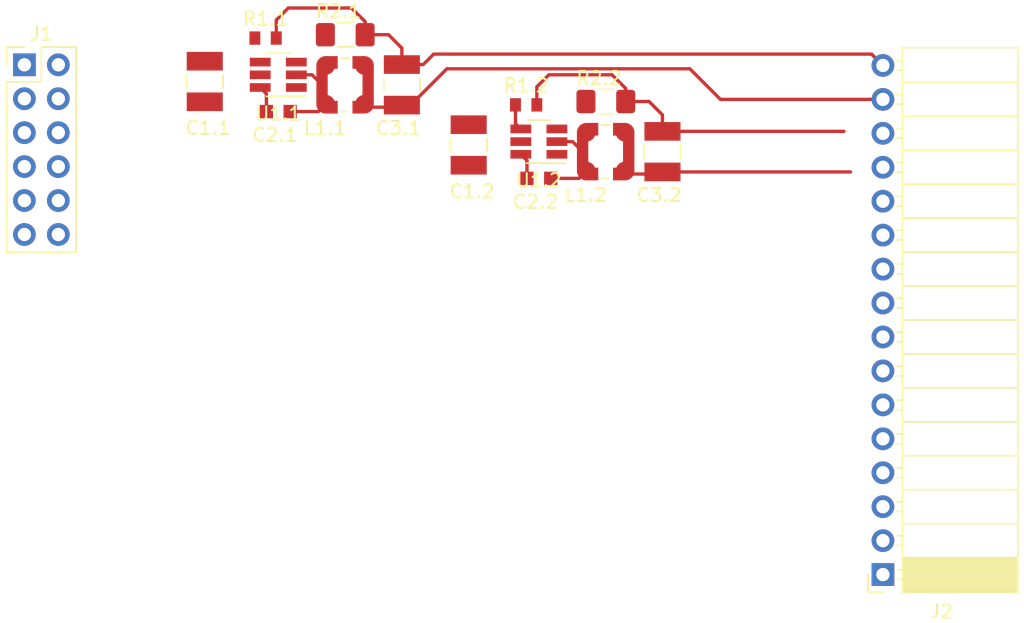
<source format=kicad_pcb>
(kicad_pcb (version 20171130) (host pcbnew "(5.0.0)")

  (general
    (thickness 1.6)
    (drawings 0)
    (tracks 51)
    (zones 0)
    (modules 16)
    (nets 39)
  )

  (page A4)
  (layers
    (0 F.Cu signal)
    (31 B.Cu signal)
    (32 B.Adhes user)
    (33 F.Adhes user)
    (34 B.Paste user)
    (35 F.Paste user)
    (36 B.SilkS user)
    (37 F.SilkS user)
    (38 B.Mask user)
    (39 F.Mask user)
    (40 Dwgs.User user)
    (41 Cmts.User user)
    (42 Eco1.User user)
    (43 Eco2.User user)
    (44 Edge.Cuts user)
    (45 Margin user)
    (46 B.CrtYd user)
    (47 F.CrtYd user)
    (48 B.Fab user)
    (49 F.Fab user)
  )

  (setup
    (last_trace_width 0.25)
    (trace_clearance 0.2)
    (zone_clearance 0.508)
    (zone_45_only no)
    (trace_min 0.2)
    (segment_width 0.2)
    (edge_width 0.15)
    (via_size 0.8)
    (via_drill 0.4)
    (via_min_size 0.4)
    (via_min_drill 0.3)
    (uvia_size 0.3)
    (uvia_drill 0.1)
    (uvias_allowed no)
    (uvia_min_size 0.2)
    (uvia_min_drill 0.1)
    (pcb_text_width 0.3)
    (pcb_text_size 1.5 1.5)
    (mod_edge_width 0.15)
    (mod_text_size 1 1)
    (mod_text_width 0.15)
    (pad_size 1.524 1.524)
    (pad_drill 0.762)
    (pad_to_mask_clearance 0.2)
    (aux_axis_origin 0 0)
    (visible_elements 7FFDFFFF)
    (pcbplotparams
      (layerselection 0x010fc_ffffffff)
      (usegerberextensions false)
      (usegerberattributes false)
      (usegerberadvancedattributes false)
      (creategerberjobfile false)
      (excludeedgelayer true)
      (linewidth 0.100000)
      (plotframeref false)
      (viasonmask false)
      (mode 1)
      (useauxorigin false)
      (hpglpennumber 1)
      (hpglpenspeed 20)
      (hpglpendiameter 15.000000)
      (psnegative false)
      (psa4output false)
      (plotreference true)
      (plotvalue true)
      (plotinvisibletext false)
      (padsonsilk false)
      (subtractmaskfromsilk false)
      (outputformat 1)
      (mirror false)
      (drillshape 1)
      (scaleselection 1)
      (outputdirectory ""))
  )

  (net 0 "")
  (net 1 /TPS54200/FB)
  (net 2 /TPS54200/LED-)
  (net 3 /TPS54200/SW)
  (net 4 /TPS54200/BOOT)
  (net 5 /TPS54200/DIM)
  (net 6 /TPS54200/LED+)
  (net 7 GND)
  (net 8 +24V)
  (net 9 "Net-(J2-Pad3)")
  (net 10 "Net-(J2-Pad4)")
  (net 11 "Net-(J2-Pad5)")
  (net 12 "Net-(J2-Pad6)")
  (net 13 "Net-(J2-Pad7)")
  (net 14 "Net-(J2-Pad8)")
  (net 15 "Net-(J2-Pad9)")
  (net 16 "Net-(J2-Pad10)")
  (net 17 "Net-(J2-Pad11)")
  (net 18 "Net-(J2-Pad12)")
  (net 19 "Net-(J2-Pad13)")
  (net 20 "Net-(J2-Pad14)")
  (net 21 "Net-(J1-Pad7)")
  (net 22 "Net-(J1-Pad8)")
  (net 23 "Net-(J1-Pad9)")
  (net 24 "Net-(J1-Pad10)")
  (net 25 "Net-(J1-Pad11)")
  (net 26 "Net-(J1-Pad12)")
  (net 27 "Net-(J2-Pad1)")
  (net 28 "Net-(J2-Pad2)")
  (net 29 /LED-)
  (net 30 /LED+)
  (net 31 /LED_2/LED-)
  (net 32 /LED_2/FB)
  (net 33 /LED_2/DIM)
  (net 34 /LED_2/BOOT)
  (net 35 /LED_2/SW)
  (net 36 /LED_2/LED+)
  (net 37 "Net-(J2-Pad15)")
  (net 38 "Net-(J2-Pad16)")

  (net_class Default "Dies ist die voreingestellte Netzklasse."
    (clearance 0.2)
    (trace_width 0.25)
    (via_dia 0.8)
    (via_drill 0.4)
    (uvia_dia 0.3)
    (uvia_drill 0.1)
    (add_net +24V)
    (add_net /LED+)
    (add_net /LED-)
    (add_net /LED_2/BOOT)
    (add_net /LED_2/DIM)
    (add_net /LED_2/FB)
    (add_net /LED_2/LED+)
    (add_net /LED_2/LED-)
    (add_net /LED_2/SW)
    (add_net /TPS54200/BOOT)
    (add_net /TPS54200/DIM)
    (add_net /TPS54200/FB)
    (add_net /TPS54200/LED+)
    (add_net /TPS54200/LED-)
    (add_net /TPS54200/SW)
    (add_net GND)
    (add_net "Net-(J1-Pad10)")
    (add_net "Net-(J1-Pad11)")
    (add_net "Net-(J1-Pad12)")
    (add_net "Net-(J1-Pad7)")
    (add_net "Net-(J1-Pad8)")
    (add_net "Net-(J1-Pad9)")
    (add_net "Net-(J2-Pad1)")
    (add_net "Net-(J2-Pad10)")
    (add_net "Net-(J2-Pad11)")
    (add_net "Net-(J2-Pad12)")
    (add_net "Net-(J2-Pad13)")
    (add_net "Net-(J2-Pad14)")
    (add_net "Net-(J2-Pad15)")
    (add_net "Net-(J2-Pad16)")
    (add_net "Net-(J2-Pad2)")
    (add_net "Net-(J2-Pad3)")
    (add_net "Net-(J2-Pad4)")
    (add_net "Net-(J2-Pad5)")
    (add_net "Net-(J2-Pad6)")
    (add_net "Net-(J2-Pad7)")
    (add_net "Net-(J2-Pad8)")
    (add_net "Net-(J2-Pad9)")
  )

  (module Resistor_SMD:R_1206_3216Metric_Pad1.42x1.75mm_HandSolder (layer F.Cu) (tedit 5C7C3C41) (tstamp 5C7C638C)
    (at 75.2625 50.25 180)
    (descr "Resistor SMD 1206 (3216 Metric), square (rectangular) end terminal, IPC_7351 nominal with elongated pad for handsoldering. (Body size source: http://www.tortai-tech.com/upload/download/2011102023233369053.pdf), generated with kicad-footprint-generator")
    (tags "resistor handsolder")
    (path /5C7D3E21/5C7D3890)
    (attr smd)
    (fp_text reference R2.2 (at 0.5125 1.75 180) (layer F.SilkS)
      (effects (font (size 1 1) (thickness 0.15)))
    )
    (fp_text value R (at 0 1.82 180) (layer F.Fab)
      (effects (font (size 1 1) (thickness 0.15)))
    )
    (fp_text user %R (at 0 0 180) (layer F.Fab)
      (effects (font (size 0.8 0.8) (thickness 0.12)))
    )
    (fp_line (start 2.45 1.12) (end -2.45 1.12) (layer F.CrtYd) (width 0.05))
    (fp_line (start 2.45 -1.12) (end 2.45 1.12) (layer F.CrtYd) (width 0.05))
    (fp_line (start -2.45 -1.12) (end 2.45 -1.12) (layer F.CrtYd) (width 0.05))
    (fp_line (start -2.45 1.12) (end -2.45 -1.12) (layer F.CrtYd) (width 0.05))
    (fp_line (start -0.602064 0.91) (end 0.602064 0.91) (layer F.SilkS) (width 0.12))
    (fp_line (start -0.602064 -0.91) (end 0.602064 -0.91) (layer F.SilkS) (width 0.12))
    (fp_line (start 1.6 0.8) (end -1.6 0.8) (layer F.Fab) (width 0.1))
    (fp_line (start 1.6 -0.8) (end 1.6 0.8) (layer F.Fab) (width 0.1))
    (fp_line (start -1.6 -0.8) (end 1.6 -0.8) (layer F.Fab) (width 0.1))
    (fp_line (start -1.6 0.8) (end -1.6 -0.8) (layer F.Fab) (width 0.1))
    (pad 2 smd roundrect (at 1.4875 0 180) (size 1.425 1.75) (layers F.Cu F.Paste F.Mask) (roundrect_rratio 0.175439)
      (net 7 GND))
    (pad 1 smd roundrect (at -1.4875 0 180) (size 1.425 1.75) (layers F.Cu F.Paste F.Mask) (roundrect_rratio 0.175439)
      (net 31 /LED_2/LED-))
    (model ${KISYS3DMOD}/Resistor_SMD.3dshapes/R_1206_3216Metric.wrl
      (at (xyz 0 0 0))
      (scale (xyz 1 1 1))
      (rotate (xyz 0 0 0))
    )
  )

  (module Resistor_SMD:R_0603_1608Metric (layer F.Cu) (tedit 5C7C3C2A) (tstamp 5C7C637E)
    (at 69.3 50.5)
    (descr "Resistor SMD 0603 (1608 Metric), square (rectangular) end terminal, IPC_7351 nominal, (Body size source: http://www.tortai-tech.com/upload/download/2011102023233369053.pdf), generated with kicad-footprint-generator")
    (tags resistor)
    (path /5C7D3E21/5C7D389F)
    (attr smd)
    (fp_text reference R1.2 (at 0 -1.45) (layer F.SilkS)
      (effects (font (size 1 1) (thickness 0.15)))
    )
    (fp_text value R (at 0 1.45) (layer F.Fab)
      (effects (font (size 1 1) (thickness 0.15)))
    )
    (fp_text user %R (at 0 0) (layer F.Fab)
      (effects (font (size 0.4 0.4) (thickness 0.06)))
    )
    (fp_line (start 1.46 0.75) (end -1.46 0.75) (layer F.CrtYd) (width 0.05))
    (fp_line (start 1.46 -0.75) (end 1.46 0.75) (layer F.CrtYd) (width 0.05))
    (fp_line (start -1.46 -0.75) (end 1.46 -0.75) (layer F.CrtYd) (width 0.05))
    (fp_line (start -1.46 0.75) (end -1.46 -0.75) (layer F.CrtYd) (width 0.05))
    (fp_line (start 0.8 0.4) (end -0.8 0.4) (layer F.Fab) (width 0.1))
    (fp_line (start 0.8 -0.4) (end 0.8 0.4) (layer F.Fab) (width 0.1))
    (fp_line (start -0.8 -0.4) (end 0.8 -0.4) (layer F.Fab) (width 0.1))
    (fp_line (start -0.8 0.4) (end -0.8 -0.4) (layer F.Fab) (width 0.1))
    (pad 2 smd rect (at 0.8 0) (size 0.82 1) (layers F.Cu F.Paste F.Mask)
      (net 31 /LED_2/LED-))
    (pad 1 smd rect (at -0.8 0) (size 0.82 1) (layers F.Cu F.Paste F.Mask)
      (net 32 /LED_2/FB))
    (model ${KISYS3DMOD}/Resistor_SMD.3dshapes/R_0603_1608Metric.wrl
      (at (xyz 0 0 0))
      (scale (xyz 1 1 1))
      (rotate (xyz 0 0 0))
    )
  )

  (module Package_TO_SOT_SMD:SOT-23-6_Handsoldering (layer F.Cu) (tedit 5C7C3C32) (tstamp 5C7C6369)
    (at 70.25 53.25 180)
    (descr "6-pin SOT-23 package, Handsoldering")
    (tags "SOT-23-6 Handsoldering")
    (path /5C7D3E21/5C7D386A)
    (attr smd)
    (fp_text reference U1.2 (at 0 -2.9 180) (layer F.SilkS)
      (effects (font (size 1 1) (thickness 0.15)))
    )
    (fp_text value TPS54308DDC (at 0 2.9 180) (layer F.Fab)
      (effects (font (size 1 1) (thickness 0.15)))
    )
    (fp_line (start 0.9 -1.55) (end 0.9 1.55) (layer F.Fab) (width 0.1))
    (fp_line (start 0.9 1.55) (end -0.9 1.55) (layer F.Fab) (width 0.1))
    (fp_line (start -0.9 -0.9) (end -0.9 1.55) (layer F.Fab) (width 0.1))
    (fp_line (start 0.9 -1.55) (end -0.25 -1.55) (layer F.Fab) (width 0.1))
    (fp_line (start -0.9 -0.9) (end -0.25 -1.55) (layer F.Fab) (width 0.1))
    (fp_line (start -2.4 -1.8) (end 2.4 -1.8) (layer F.CrtYd) (width 0.05))
    (fp_line (start 2.4 -1.8) (end 2.4 1.8) (layer F.CrtYd) (width 0.05))
    (fp_line (start 2.4 1.8) (end -2.4 1.8) (layer F.CrtYd) (width 0.05))
    (fp_line (start -2.4 1.8) (end -2.4 -1.8) (layer F.CrtYd) (width 0.05))
    (fp_line (start 0.9 -1.61) (end -2.05 -1.61) (layer F.SilkS) (width 0.12))
    (fp_line (start -0.9 1.61) (end 0.9 1.61) (layer F.SilkS) (width 0.12))
    (fp_text user %R (at 0 0) (layer F.Fab)
      (effects (font (size 0.5 0.5) (thickness 0.075)))
    )
    (pad 5 smd rect (at 1.35 0 180) (size 1.56 0.65) (layers F.Cu F.Paste F.Mask)
      (net 33 /LED_2/DIM))
    (pad 6 smd rect (at 1.35 -0.95 180) (size 1.56 0.65) (layers F.Cu F.Paste F.Mask)
      (net 34 /LED_2/BOOT))
    (pad 4 smd rect (at 1.35 0.95 180) (size 1.56 0.65) (layers F.Cu F.Paste F.Mask)
      (net 32 /LED_2/FB))
    (pad 3 smd rect (at -1.35 0.95 180) (size 1.56 0.65) (layers F.Cu F.Paste F.Mask)
      (net 8 +24V))
    (pad 2 smd rect (at -1.35 0 180) (size 1.56 0.65) (layers F.Cu F.Paste F.Mask)
      (net 35 /LED_2/SW))
    (pad 1 smd rect (at -1.35 -0.95 180) (size 1.56 0.65) (layers F.Cu F.Paste F.Mask)
      (net 7 GND))
    (model ${KISYS3DMOD}/Package_TO_SOT_SMD.3dshapes/SOT-23-6.wrl
      (at (xyz 0 0 0))
      (scale (xyz 1 1 1))
      (rotate (xyz 0 0 0))
    )
  )

  (module Capacitor_SMD:C_1210_3225Metric_Pad1.39x2.70mm_HandSolder (layer F.Cu) (tedit 5C7C3C24) (tstamp 5C7C6359)
    (at 65 53.5 270)
    (descr "Capacitor SMD 1210 (3225 Metric), square (rectangular) end terminal, IPC_7351 nominal with elongated pad for handsoldering. (Body size source: http://www.tortai-tech.com/upload/download/2011102023233369053.pdf), generated with kicad-footprint-generator")
    (tags "capacitor handsolder")
    (path /5C7D3E21/5C7D38B5)
    (attr smd)
    (fp_text reference C1.2 (at 3.4825 -0.25) (layer F.SilkS)
      (effects (font (size 1 1) (thickness 0.15)))
    )
    (fp_text value C (at 0 2.3 270) (layer F.Fab)
      (effects (font (size 1 1) (thickness 0.15)))
    )
    (fp_text user %R (at 0 0) (layer F.Fab)
      (effects (font (size 0.8 0.8) (thickness 0.12)))
    )
    (fp_line (start 2.46 1.6) (end -2.46 1.6) (layer F.CrtYd) (width 0.05))
    (fp_line (start 2.46 -1.6) (end 2.46 1.6) (layer F.CrtYd) (width 0.05))
    (fp_line (start -2.46 -1.6) (end 2.46 -1.6) (layer F.CrtYd) (width 0.05))
    (fp_line (start -2.46 1.6) (end -2.46 -1.6) (layer F.CrtYd) (width 0.05))
    (fp_line (start -0.5 1.36) (end 0.5 1.36) (layer F.SilkS) (width 0.12))
    (fp_line (start -0.5 -1.36) (end 0.5 -1.36) (layer F.SilkS) (width 0.12))
    (fp_line (start 1.6 1.25) (end -1.6 1.25) (layer F.Fab) (width 0.1))
    (fp_line (start 1.6 -1.25) (end 1.6 1.25) (layer F.Fab) (width 0.1))
    (fp_line (start -1.6 -1.25) (end 1.6 -1.25) (layer F.Fab) (width 0.1))
    (fp_line (start -1.6 1.25) (end -1.6 -1.25) (layer F.Fab) (width 0.1))
    (pad 2 smd rect (at 1.5175 0 270) (size 1.395 2.7) (layers F.Cu F.Paste F.Mask)
      (net 7 GND))
    (pad 1 smd rect (at -1.5175 0 270) (size 1.395 2.7) (layers F.Cu F.Paste F.Mask)
      (net 8 +24V))
    (model ${KISYS3DMOD}/Capacitor_SMD.3dshapes/C_1210_3225Metric.wrl
      (at (xyz 0 0 0))
      (scale (xyz 1 1 1))
      (rotate (xyz 0 0 0))
    )
  )

  (module Capacitor_SMD:C_1210_3225Metric_Pad1.39x2.70mm_HandSolder (layer F.Cu) (tedit 5C7C3C4F) (tstamp 5C7C6349)
    (at 79.5 54 90)
    (descr "Capacitor SMD 1210 (3225 Metric), square (rectangular) end terminal, IPC_7351 nominal with elongated pad for handsoldering. (Body size source: http://www.tortai-tech.com/upload/download/2011102023233369053.pdf), generated with kicad-footprint-generator")
    (tags "capacitor handsolder")
    (path /5C7D3E21/5C7D3884)
    (attr smd)
    (fp_text reference C3.2 (at -3.25 -0.25 180) (layer F.SilkS)
      (effects (font (size 1 1) (thickness 0.15)))
    )
    (fp_text value C (at 0 2.3 90) (layer F.Fab)
      (effects (font (size 1 1) (thickness 0.15)))
    )
    (fp_line (start -1.6 1.25) (end -1.6 -1.25) (layer F.Fab) (width 0.1))
    (fp_line (start -1.6 -1.25) (end 1.6 -1.25) (layer F.Fab) (width 0.1))
    (fp_line (start 1.6 -1.25) (end 1.6 1.25) (layer F.Fab) (width 0.1))
    (fp_line (start 1.6 1.25) (end -1.6 1.25) (layer F.Fab) (width 0.1))
    (fp_line (start -0.5 -1.36) (end 0.5 -1.36) (layer F.SilkS) (width 0.12))
    (fp_line (start -0.5 1.36) (end 0.5 1.36) (layer F.SilkS) (width 0.12))
    (fp_line (start -2.46 1.6) (end -2.46 -1.6) (layer F.CrtYd) (width 0.05))
    (fp_line (start -2.46 -1.6) (end 2.46 -1.6) (layer F.CrtYd) (width 0.05))
    (fp_line (start 2.46 -1.6) (end 2.46 1.6) (layer F.CrtYd) (width 0.05))
    (fp_line (start 2.46 1.6) (end -2.46 1.6) (layer F.CrtYd) (width 0.05))
    (fp_text user %R (at 0 0 90) (layer F.Fab)
      (effects (font (size 0.8 0.8) (thickness 0.12)))
    )
    (pad 1 smd rect (at -1.5175 0 90) (size 1.395 2.7) (layers F.Cu F.Paste F.Mask)
      (net 36 /LED_2/LED+))
    (pad 2 smd rect (at 1.5175 0 90) (size 1.395 2.7) (layers F.Cu F.Paste F.Mask)
      (net 31 /LED_2/LED-))
    (model ${KISYS3DMOD}/Capacitor_SMD.3dshapes/C_1210_3225Metric.wrl
      (at (xyz 0 0 0))
      (scale (xyz 1 1 1))
      (rotate (xyz 0 0 0))
    )
  )

  (module Capacitor_SMD:C_0603_1608Metric_Pad0.99x1.00mm_HandSolder (layer F.Cu) (tedit 5C7C3C39) (tstamp 5C7C633B)
    (at 70.25 56)
    (descr "Capacitor SMD 0603 (1608 Metric), square (rectangular) end terminal, IPC_7351 nominal with elongated pad for handsoldering. (Body size source: http://www.tortai-tech.com/upload/download/2011102023233369053.pdf), generated with kicad-footprint-generator")
    (tags "capacitor handsolder")
    (path /5C7D3E21/5C7D3872)
    (attr smd)
    (fp_text reference C2.2 (at -0.25 1.75) (layer F.SilkS)
      (effects (font (size 1 1) (thickness 0.15)))
    )
    (fp_text value 100n/50V (at 0 1.45) (layer F.Fab)
      (effects (font (size 1 1) (thickness 0.15)))
    )
    (fp_text user %R (at 0 0) (layer F.Fab)
      (effects (font (size 0.4 0.4) (thickness 0.06)))
    )
    (fp_line (start 1.64 0.75) (end -1.64 0.75) (layer F.CrtYd) (width 0.05))
    (fp_line (start 1.64 -0.75) (end 1.64 0.75) (layer F.CrtYd) (width 0.05))
    (fp_line (start -1.64 -0.75) (end 1.64 -0.75) (layer F.CrtYd) (width 0.05))
    (fp_line (start -1.64 0.75) (end -1.64 -0.75) (layer F.CrtYd) (width 0.05))
    (fp_line (start 0.8 0.4) (end -0.8 0.4) (layer F.Fab) (width 0.1))
    (fp_line (start 0.8 -0.4) (end 0.8 0.4) (layer F.Fab) (width 0.1))
    (fp_line (start -0.8 -0.4) (end 0.8 -0.4) (layer F.Fab) (width 0.1))
    (fp_line (start -0.8 0.4) (end -0.8 -0.4) (layer F.Fab) (width 0.1))
    (pad 2 smd rect (at 0.8875 0) (size 0.995 1) (layers F.Cu F.Paste F.Mask)
      (net 35 /LED_2/SW))
    (pad 1 smd rect (at -0.8875 0) (size 0.995 1) (layers F.Cu F.Paste F.Mask)
      (net 34 /LED_2/BOOT))
    (model ${KISYS3DMOD}/Capacitor_SMD.3dshapes/C_0603_1608Metric.wrl
      (at (xyz 0 0 0))
      (scale (xyz 1 1 1))
      (rotate (xyz 0 0 0))
    )
  )

  (module Inductor_SMD:L_Wuerth_WE-TPC-3816 (layer F.Cu) (tedit 5C7C3C47) (tstamp 5C7C630E)
    (at 75.25 54 90)
    (descr "Inductor, WE-TPC, Wuerth, SMD, http://katalog.we-online.de/pbs/datasheet/744031220.pdf")
    (tags "Inductor WE-TPC Wuerth SMD")
    (path /5C7D3E21/5C7D387C)
    (attr smd)
    (fp_text reference L1.2 (at -3.25 -1.5 180) (layer F.SilkS)
      (effects (font (size 1 1) (thickness 0.15)))
    )
    (fp_text value L (at 0 2.9 90) (layer F.Fab)
      (effects (font (size 1 1) (thickness 0.15)))
    )
    (fp_line (start -1.9 1.9) (end -1.9 -1.9) (layer F.Fab) (width 0.12))
    (fp_line (start 1.9 1.9) (end -1.9 1.9) (layer F.Fab) (width 0.12))
    (fp_line (start 1.9 -1.9) (end 1.9 1.9) (layer F.Fab) (width 0.12))
    (fp_line (start -1.9 -1.9) (end 1.9 -1.9) (layer F.Fab) (width 0.12))
    (fp_text user %R (at 0 0 90) (layer F.Fab)
      (effects (font (size 0.75 0.75) (thickness 0.1)))
    )
    (fp_line (start -2 -0.3) (end -2 0.2) (layer F.SilkS) (width 0.12))
    (fp_line (start 2 -0.3) (end 2 0.3) (layer F.SilkS) (width 0.12))
    (fp_line (start 2.4 -2.4) (end -2.4 -2.4) (layer F.CrtYd) (width 0.05))
    (fp_line (start 2.4 2.4) (end 2.4 -2.4) (layer F.CrtYd) (width 0.05))
    (fp_line (start -2.4 2.4) (end 2.4 2.4) (layer F.CrtYd) (width 0.05))
    (fp_line (start -2.4 -2.4) (end -2.4 2.4) (layer F.CrtYd) (width 0.05))
    (pad 2 smd circle (at 1.45 1.45 90) (size 1.4 1.4) (layers F.Cu F.Paste F.Mask)
      (net 36 /LED_2/LED+))
    (pad 2 smd circle (at -1.45 1.45 90) (size 1.4 1.4) (layers F.Cu F.Paste F.Mask)
      (net 36 /LED_2/LED+))
    (pad 1 smd circle (at 1.45 -1.45 90) (size 1.4 1.4) (layers F.Cu F.Paste F.Mask)
      (net 35 /LED_2/SW))
    (pad 1 smd circle (at -1.45 -1.45 90) (size 1.4 1.4) (layers F.Cu F.Paste F.Mask)
      (net 35 /LED_2/SW))
    (pad 2 smd rect (at -1.675 1 90) (size 0.95 0.9) (layers F.Cu F.Paste F.Mask)
      (net 36 /LED_2/LED+))
    (pad 2 smd rect (at 1.675 1 90) (size 0.95 0.9) (layers F.Cu F.Paste F.Mask)
      (net 36 /LED_2/LED+))
    (pad 1 smd rect (at 1.675 -1 90) (size 0.95 0.9) (layers F.Cu F.Paste F.Mask)
      (net 35 /LED_2/SW))
    (pad 2 smd rect (at 0 1.725 90) (size 2.9 0.85) (layers F.Cu F.Paste F.Mask)
      (net 36 /LED_2/LED+))
    (pad 1 smd rect (at -1.675 -1 90) (size 0.95 0.9) (layers F.Cu F.Paste F.Mask)
      (net 35 /LED_2/SW))
    (pad 1 smd rect (at 0 -1.725 90) (size 2.9 0.85) (layers F.Cu F.Paste F.Mask)
      (net 35 /LED_2/SW))
    (model ${KISYS3DMOD}/Inductor_SMD.3dshapes/L_Wuerth_WE-TPC-3816.wrl
      (at (xyz 0 0 0))
      (scale (xyz 1 1 1))
      (rotate (xyz 0 0 0))
    )
  )

  (module Inductor_SMD:L_Wuerth_WE-TPC-3816 (layer F.Cu) (tedit 59BEBB0F) (tstamp 5BECB240)
    (at 55.75 49 90)
    (descr "Inductor, WE-TPC, Wuerth, SMD, http://katalog.we-online.de/pbs/datasheet/744031220.pdf")
    (tags "Inductor WE-TPC Wuerth SMD")
    (path /5B47D41C/5C7D387C)
    (attr smd)
    (fp_text reference L1.1 (at -3.25 -1.5 180) (layer F.SilkS)
      (effects (font (size 1 1) (thickness 0.15)))
    )
    (fp_text value L (at 0 2.9 90) (layer F.Fab)
      (effects (font (size 1 1) (thickness 0.15)))
    )
    (fp_line (start -2.4 -2.4) (end -2.4 2.4) (layer F.CrtYd) (width 0.05))
    (fp_line (start -2.4 2.4) (end 2.4 2.4) (layer F.CrtYd) (width 0.05))
    (fp_line (start 2.4 2.4) (end 2.4 -2.4) (layer F.CrtYd) (width 0.05))
    (fp_line (start 2.4 -2.4) (end -2.4 -2.4) (layer F.CrtYd) (width 0.05))
    (fp_line (start 2 -0.3) (end 2 0.3) (layer F.SilkS) (width 0.12))
    (fp_line (start -2 -0.3) (end -2 0.2) (layer F.SilkS) (width 0.12))
    (fp_text user %R (at 0 0 90) (layer F.Fab)
      (effects (font (size 0.75 0.75) (thickness 0.1)))
    )
    (fp_line (start -1.9 -1.9) (end 1.9 -1.9) (layer F.Fab) (width 0.12))
    (fp_line (start 1.9 -1.9) (end 1.9 1.9) (layer F.Fab) (width 0.12))
    (fp_line (start 1.9 1.9) (end -1.9 1.9) (layer F.Fab) (width 0.12))
    (fp_line (start -1.9 1.9) (end -1.9 -1.9) (layer F.Fab) (width 0.12))
    (pad 1 smd rect (at 0 -1.725 90) (size 2.9 0.85) (layers F.Cu F.Paste F.Mask)
      (net 3 /TPS54200/SW))
    (pad 1 smd rect (at -1.675 -1 90) (size 0.95 0.9) (layers F.Cu F.Paste F.Mask)
      (net 3 /TPS54200/SW))
    (pad 2 smd rect (at 0 1.725 90) (size 2.9 0.85) (layers F.Cu F.Paste F.Mask)
      (net 6 /TPS54200/LED+))
    (pad 1 smd rect (at 1.675 -1 90) (size 0.95 0.9) (layers F.Cu F.Paste F.Mask)
      (net 3 /TPS54200/SW))
    (pad 2 smd rect (at 1.675 1 90) (size 0.95 0.9) (layers F.Cu F.Paste F.Mask)
      (net 6 /TPS54200/LED+))
    (pad 2 smd rect (at -1.675 1 90) (size 0.95 0.9) (layers F.Cu F.Paste F.Mask)
      (net 6 /TPS54200/LED+))
    (pad 1 smd circle (at -1.45 -1.45 90) (size 1.4 1.4) (layers F.Cu F.Paste F.Mask)
      (net 3 /TPS54200/SW))
    (pad 1 smd circle (at 1.45 -1.45 90) (size 1.4 1.4) (layers F.Cu F.Paste F.Mask)
      (net 3 /TPS54200/SW))
    (pad 2 smd circle (at -1.45 1.45 90) (size 1.4 1.4) (layers F.Cu F.Paste F.Mask)
      (net 6 /TPS54200/LED+))
    (pad 2 smd circle (at 1.45 1.45 90) (size 1.4 1.4) (layers F.Cu F.Paste F.Mask)
      (net 6 /TPS54200/LED+))
    (model ${KISYS3DMOD}/Inductor_SMD.3dshapes/L_Wuerth_WE-TPC-3816.wrl
      (at (xyz 0 0 0))
      (scale (xyz 1 1 1))
      (rotate (xyz 0 0 0))
    )
  )

  (module Resistor_SMD:R_1206_3216Metric_Pad1.42x1.75mm_HandSolder (layer F.Cu) (tedit 5B301BBD) (tstamp 5BECE0EA)
    (at 55.7625 45.25 180)
    (descr "Resistor SMD 1206 (3216 Metric), square (rectangular) end terminal, IPC_7351 nominal with elongated pad for handsoldering. (Body size source: http://www.tortai-tech.com/upload/download/2011102023233369053.pdf), generated with kicad-footprint-generator")
    (tags "resistor handsolder")
    (path /5B47D41C/5C7D3890)
    (attr smd)
    (fp_text reference R2.1 (at 0.5125 1.75 180) (layer F.SilkS)
      (effects (font (size 1 1) (thickness 0.15)))
    )
    (fp_text value R (at 0 1.82 180) (layer F.Fab)
      (effects (font (size 1 1) (thickness 0.15)))
    )
    (fp_line (start -1.6 0.8) (end -1.6 -0.8) (layer F.Fab) (width 0.1))
    (fp_line (start -1.6 -0.8) (end 1.6 -0.8) (layer F.Fab) (width 0.1))
    (fp_line (start 1.6 -0.8) (end 1.6 0.8) (layer F.Fab) (width 0.1))
    (fp_line (start 1.6 0.8) (end -1.6 0.8) (layer F.Fab) (width 0.1))
    (fp_line (start -0.602064 -0.91) (end 0.602064 -0.91) (layer F.SilkS) (width 0.12))
    (fp_line (start -0.602064 0.91) (end 0.602064 0.91) (layer F.SilkS) (width 0.12))
    (fp_line (start -2.45 1.12) (end -2.45 -1.12) (layer F.CrtYd) (width 0.05))
    (fp_line (start -2.45 -1.12) (end 2.45 -1.12) (layer F.CrtYd) (width 0.05))
    (fp_line (start 2.45 -1.12) (end 2.45 1.12) (layer F.CrtYd) (width 0.05))
    (fp_line (start 2.45 1.12) (end -2.45 1.12) (layer F.CrtYd) (width 0.05))
    (fp_text user %R (at 0 0 180) (layer F.Fab)
      (effects (font (size 0.8 0.8) (thickness 0.12)))
    )
    (pad 1 smd roundrect (at -1.4875 0 180) (size 1.425 1.75) (layers F.Cu F.Paste F.Mask) (roundrect_rratio 0.175439)
      (net 2 /TPS54200/LED-))
    (pad 2 smd roundrect (at 1.4875 0 180) (size 1.425 1.75) (layers F.Cu F.Paste F.Mask) (roundrect_rratio 0.175439)
      (net 7 GND))
    (model ${KISYS3DMOD}/Resistor_SMD.3dshapes/R_1206_3216Metric.wrl
      (at (xyz 0 0 0))
      (scale (xyz 1 1 1))
      (rotate (xyz 0 0 0))
    )
  )

  (module Capacitor_SMD:C_0603_1608Metric_Pad0.99x1.00mm_HandSolder (layer F.Cu) (tedit 5AC5DB74) (tstamp 5B53DA12)
    (at 50.75 51)
    (descr "Capacitor SMD 0603 (1608 Metric), square (rectangular) end terminal, IPC_7351 nominal with elongated pad for handsoldering. (Body size source: http://www.tortai-tech.com/upload/download/2011102023233369053.pdf), generated with kicad-footprint-generator")
    (tags "capacitor handsolder")
    (path /5B47D41C/5C7D3872)
    (attr smd)
    (fp_text reference C2.1 (at -0.25 1.75) (layer F.SilkS)
      (effects (font (size 1 1) (thickness 0.15)))
    )
    (fp_text value 100n/50V (at 0 1.45) (layer F.Fab)
      (effects (font (size 1 1) (thickness 0.15)))
    )
    (fp_line (start -0.8 0.4) (end -0.8 -0.4) (layer F.Fab) (width 0.1))
    (fp_line (start -0.8 -0.4) (end 0.8 -0.4) (layer F.Fab) (width 0.1))
    (fp_line (start 0.8 -0.4) (end 0.8 0.4) (layer F.Fab) (width 0.1))
    (fp_line (start 0.8 0.4) (end -0.8 0.4) (layer F.Fab) (width 0.1))
    (fp_line (start -1.64 0.75) (end -1.64 -0.75) (layer F.CrtYd) (width 0.05))
    (fp_line (start -1.64 -0.75) (end 1.64 -0.75) (layer F.CrtYd) (width 0.05))
    (fp_line (start 1.64 -0.75) (end 1.64 0.75) (layer F.CrtYd) (width 0.05))
    (fp_line (start 1.64 0.75) (end -1.64 0.75) (layer F.CrtYd) (width 0.05))
    (fp_text user %R (at 0 0) (layer F.Fab)
      (effects (font (size 0.4 0.4) (thickness 0.06)))
    )
    (pad 1 smd rect (at -0.8875 0) (size 0.995 1) (layers F.Cu F.Paste F.Mask)
      (net 4 /TPS54200/BOOT))
    (pad 2 smd rect (at 0.8875 0) (size 0.995 1) (layers F.Cu F.Paste F.Mask)
      (net 3 /TPS54200/SW))
    (model ${KISYS3DMOD}/Capacitor_SMD.3dshapes/C_0603_1608Metric.wrl
      (at (xyz 0 0 0))
      (scale (xyz 1 1 1))
      (rotate (xyz 0 0 0))
    )
  )

  (module Capacitor_SMD:C_1210_3225Metric_Pad1.39x2.70mm_HandSolder (layer F.Cu) (tedit 5AC5DB74) (tstamp 5B53DA03)
    (at 60 49 90)
    (descr "Capacitor SMD 1210 (3225 Metric), square (rectangular) end terminal, IPC_7351 nominal with elongated pad for handsoldering. (Body size source: http://www.tortai-tech.com/upload/download/2011102023233369053.pdf), generated with kicad-footprint-generator")
    (tags "capacitor handsolder")
    (path /5B47D41C/5C7D3884)
    (attr smd)
    (fp_text reference C3.1 (at -3.25 -0.25 180) (layer F.SilkS)
      (effects (font (size 1 1) (thickness 0.15)))
    )
    (fp_text value C (at 0 2.3 90) (layer F.Fab)
      (effects (font (size 1 1) (thickness 0.15)))
    )
    (fp_text user %R (at 0 0 90) (layer F.Fab)
      (effects (font (size 0.8 0.8) (thickness 0.12)))
    )
    (fp_line (start 2.46 1.6) (end -2.46 1.6) (layer F.CrtYd) (width 0.05))
    (fp_line (start 2.46 -1.6) (end 2.46 1.6) (layer F.CrtYd) (width 0.05))
    (fp_line (start -2.46 -1.6) (end 2.46 -1.6) (layer F.CrtYd) (width 0.05))
    (fp_line (start -2.46 1.6) (end -2.46 -1.6) (layer F.CrtYd) (width 0.05))
    (fp_line (start -0.5 1.36) (end 0.5 1.36) (layer F.SilkS) (width 0.12))
    (fp_line (start -0.5 -1.36) (end 0.5 -1.36) (layer F.SilkS) (width 0.12))
    (fp_line (start 1.6 1.25) (end -1.6 1.25) (layer F.Fab) (width 0.1))
    (fp_line (start 1.6 -1.25) (end 1.6 1.25) (layer F.Fab) (width 0.1))
    (fp_line (start -1.6 -1.25) (end 1.6 -1.25) (layer F.Fab) (width 0.1))
    (fp_line (start -1.6 1.25) (end -1.6 -1.25) (layer F.Fab) (width 0.1))
    (pad 2 smd rect (at 1.5175 0 90) (size 1.395 2.7) (layers F.Cu F.Paste F.Mask)
      (net 2 /TPS54200/LED-))
    (pad 1 smd rect (at -1.5175 0 90) (size 1.395 2.7) (layers F.Cu F.Paste F.Mask)
      (net 6 /TPS54200/LED+))
    (model ${KISYS3DMOD}/Capacitor_SMD.3dshapes/C_1210_3225Metric.wrl
      (at (xyz 0 0 0))
      (scale (xyz 1 1 1))
      (rotate (xyz 0 0 0))
    )
  )

  (module Capacitor_SMD:C_1210_3225Metric_Pad1.39x2.70mm_HandSolder (layer F.Cu) (tedit 5AC5DB74) (tstamp 5B53D9F2)
    (at 45.25 48.75 270)
    (descr "Capacitor SMD 1210 (3225 Metric), square (rectangular) end terminal, IPC_7351 nominal with elongated pad for handsoldering. (Body size source: http://www.tortai-tech.com/upload/download/2011102023233369053.pdf), generated with kicad-footprint-generator")
    (tags "capacitor handsolder")
    (path /5B47D41C/5C7D38B5)
    (attr smd)
    (fp_text reference C1.1 (at 3.4825 -0.25) (layer F.SilkS)
      (effects (font (size 1 1) (thickness 0.15)))
    )
    (fp_text value C (at 0 2.3 270) (layer F.Fab)
      (effects (font (size 1 1) (thickness 0.15)))
    )
    (fp_line (start -1.6 1.25) (end -1.6 -1.25) (layer F.Fab) (width 0.1))
    (fp_line (start -1.6 -1.25) (end 1.6 -1.25) (layer F.Fab) (width 0.1))
    (fp_line (start 1.6 -1.25) (end 1.6 1.25) (layer F.Fab) (width 0.1))
    (fp_line (start 1.6 1.25) (end -1.6 1.25) (layer F.Fab) (width 0.1))
    (fp_line (start -0.5 -1.36) (end 0.5 -1.36) (layer F.SilkS) (width 0.12))
    (fp_line (start -0.5 1.36) (end 0.5 1.36) (layer F.SilkS) (width 0.12))
    (fp_line (start -2.46 1.6) (end -2.46 -1.6) (layer F.CrtYd) (width 0.05))
    (fp_line (start -2.46 -1.6) (end 2.46 -1.6) (layer F.CrtYd) (width 0.05))
    (fp_line (start 2.46 -1.6) (end 2.46 1.6) (layer F.CrtYd) (width 0.05))
    (fp_line (start 2.46 1.6) (end -2.46 1.6) (layer F.CrtYd) (width 0.05))
    (fp_text user %R (at 0 0 270) (layer F.Fab)
      (effects (font (size 0.8 0.8) (thickness 0.12)))
    )
    (pad 1 smd rect (at -1.5175 0 270) (size 1.395 2.7) (layers F.Cu F.Paste F.Mask)
      (net 8 +24V))
    (pad 2 smd rect (at 1.5175 0 270) (size 1.395 2.7) (layers F.Cu F.Paste F.Mask)
      (net 7 GND))
    (model ${KISYS3DMOD}/Capacitor_SMD.3dshapes/C_1210_3225Metric.wrl
      (at (xyz 0 0 0))
      (scale (xyz 1 1 1))
      (rotate (xyz 0 0 0))
    )
  )

  (module Package_TO_SOT_SMD:SOT-23-6_Handsoldering (layer F.Cu) (tedit 5A02FF57) (tstamp 5B53D9CA)
    (at 50.75 48.25 180)
    (descr "6-pin SOT-23 package, Handsoldering")
    (tags "SOT-23-6 Handsoldering")
    (path /5B47D41C/5C7D386A)
    (attr smd)
    (fp_text reference U1.1 (at 0 -2.9 180) (layer F.SilkS)
      (effects (font (size 1 1) (thickness 0.15)))
    )
    (fp_text value TPS54308DDC (at 0 2.9 180) (layer F.Fab)
      (effects (font (size 1 1) (thickness 0.15)))
    )
    (fp_text user %R (at 0 0) (layer F.Fab)
      (effects (font (size 0.5 0.5) (thickness 0.075)))
    )
    (fp_line (start -0.9 1.61) (end 0.9 1.61) (layer F.SilkS) (width 0.12))
    (fp_line (start 0.9 -1.61) (end -2.05 -1.61) (layer F.SilkS) (width 0.12))
    (fp_line (start -2.4 1.8) (end -2.4 -1.8) (layer F.CrtYd) (width 0.05))
    (fp_line (start 2.4 1.8) (end -2.4 1.8) (layer F.CrtYd) (width 0.05))
    (fp_line (start 2.4 -1.8) (end 2.4 1.8) (layer F.CrtYd) (width 0.05))
    (fp_line (start -2.4 -1.8) (end 2.4 -1.8) (layer F.CrtYd) (width 0.05))
    (fp_line (start -0.9 -0.9) (end -0.25 -1.55) (layer F.Fab) (width 0.1))
    (fp_line (start 0.9 -1.55) (end -0.25 -1.55) (layer F.Fab) (width 0.1))
    (fp_line (start -0.9 -0.9) (end -0.9 1.55) (layer F.Fab) (width 0.1))
    (fp_line (start 0.9 1.55) (end -0.9 1.55) (layer F.Fab) (width 0.1))
    (fp_line (start 0.9 -1.55) (end 0.9 1.55) (layer F.Fab) (width 0.1))
    (pad 1 smd rect (at -1.35 -0.95 180) (size 1.56 0.65) (layers F.Cu F.Paste F.Mask)
      (net 7 GND))
    (pad 2 smd rect (at -1.35 0 180) (size 1.56 0.65) (layers F.Cu F.Paste F.Mask)
      (net 3 /TPS54200/SW))
    (pad 3 smd rect (at -1.35 0.95 180) (size 1.56 0.65) (layers F.Cu F.Paste F.Mask)
      (net 8 +24V))
    (pad 4 smd rect (at 1.35 0.95 180) (size 1.56 0.65) (layers F.Cu F.Paste F.Mask)
      (net 1 /TPS54200/FB))
    (pad 6 smd rect (at 1.35 -0.95 180) (size 1.56 0.65) (layers F.Cu F.Paste F.Mask)
      (net 4 /TPS54200/BOOT))
    (pad 5 smd rect (at 1.35 0 180) (size 1.56 0.65) (layers F.Cu F.Paste F.Mask)
      (net 5 /TPS54200/DIM))
    (model ${KISYS3DMOD}/Package_TO_SOT_SMD.3dshapes/SOT-23-6.wrl
      (at (xyz 0 0 0))
      (scale (xyz 1 1 1))
      (rotate (xyz 0 0 0))
    )
  )

  (module Resistor_SMD:R_0603_1608Metric (layer F.Cu) (tedit 5AC5DB74) (tstamp 5B53D9A5)
    (at 49.8 45.5)
    (descr "Resistor SMD 0603 (1608 Metric), square (rectangular) end terminal, IPC_7351 nominal, (Body size source: http://www.tortai-tech.com/upload/download/2011102023233369053.pdf), generated with kicad-footprint-generator")
    (tags resistor)
    (path /5B47D41C/5C7D389F)
    (attr smd)
    (fp_text reference R1.1 (at 0 -1.45) (layer F.SilkS)
      (effects (font (size 1 1) (thickness 0.15)))
    )
    (fp_text value R (at 0 1.45) (layer F.Fab)
      (effects (font (size 1 1) (thickness 0.15)))
    )
    (fp_line (start -0.8 0.4) (end -0.8 -0.4) (layer F.Fab) (width 0.1))
    (fp_line (start -0.8 -0.4) (end 0.8 -0.4) (layer F.Fab) (width 0.1))
    (fp_line (start 0.8 -0.4) (end 0.8 0.4) (layer F.Fab) (width 0.1))
    (fp_line (start 0.8 0.4) (end -0.8 0.4) (layer F.Fab) (width 0.1))
    (fp_line (start -1.46 0.75) (end -1.46 -0.75) (layer F.CrtYd) (width 0.05))
    (fp_line (start -1.46 -0.75) (end 1.46 -0.75) (layer F.CrtYd) (width 0.05))
    (fp_line (start 1.46 -0.75) (end 1.46 0.75) (layer F.CrtYd) (width 0.05))
    (fp_line (start 1.46 0.75) (end -1.46 0.75) (layer F.CrtYd) (width 0.05))
    (fp_text user %R (at 0 0) (layer F.Fab)
      (effects (font (size 0.4 0.4) (thickness 0.06)))
    )
    (pad 1 smd rect (at -0.8 0) (size 0.82 1) (layers F.Cu F.Paste F.Mask)
      (net 1 /TPS54200/FB))
    (pad 2 smd rect (at 0.8 0) (size 0.82 1) (layers F.Cu F.Paste F.Mask)
      (net 2 /TPS54200/LED-))
    (model ${KISYS3DMOD}/Resistor_SMD.3dshapes/R_0603_1608Metric.wrl
      (at (xyz 0 0 0))
      (scale (xyz 1 1 1))
      (rotate (xyz 0 0 0))
    )
  )

  (module Connector_PinHeader_2.54mm:PinHeader_2x06_P2.54mm_Vertical (layer F.Cu) (tedit 59FED5CC) (tstamp 5B5415D3)
    (at 31.75 47.5)
    (descr "Through hole straight pin header, 2x06, 2.54mm pitch, double rows")
    (tags "Through hole pin header THT 2x06 2.54mm double row")
    (path /5B481A73)
    (fp_text reference J1 (at 1.27 -2.33) (layer F.SilkS)
      (effects (font (size 1 1) (thickness 0.15)))
    )
    (fp_text value Conn_01x12 (at 1.27 15.03) (layer F.Fab)
      (effects (font (size 1 1) (thickness 0.15)))
    )
    (fp_line (start 0 -1.27) (end 3.81 -1.27) (layer F.Fab) (width 0.1))
    (fp_line (start 3.81 -1.27) (end 3.81 13.97) (layer F.Fab) (width 0.1))
    (fp_line (start 3.81 13.97) (end -1.27 13.97) (layer F.Fab) (width 0.1))
    (fp_line (start -1.27 13.97) (end -1.27 0) (layer F.Fab) (width 0.1))
    (fp_line (start -1.27 0) (end 0 -1.27) (layer F.Fab) (width 0.1))
    (fp_line (start -1.33 14.03) (end 3.87 14.03) (layer F.SilkS) (width 0.12))
    (fp_line (start -1.33 1.27) (end -1.33 14.03) (layer F.SilkS) (width 0.12))
    (fp_line (start 3.87 -1.33) (end 3.87 14.03) (layer F.SilkS) (width 0.12))
    (fp_line (start -1.33 1.27) (end 1.27 1.27) (layer F.SilkS) (width 0.12))
    (fp_line (start 1.27 1.27) (end 1.27 -1.33) (layer F.SilkS) (width 0.12))
    (fp_line (start 1.27 -1.33) (end 3.87 -1.33) (layer F.SilkS) (width 0.12))
    (fp_line (start -1.33 0) (end -1.33 -1.33) (layer F.SilkS) (width 0.12))
    (fp_line (start -1.33 -1.33) (end 0 -1.33) (layer F.SilkS) (width 0.12))
    (fp_line (start -1.8 -1.8) (end -1.8 14.5) (layer F.CrtYd) (width 0.05))
    (fp_line (start -1.8 14.5) (end 4.35 14.5) (layer F.CrtYd) (width 0.05))
    (fp_line (start 4.35 14.5) (end 4.35 -1.8) (layer F.CrtYd) (width 0.05))
    (fp_line (start 4.35 -1.8) (end -1.8 -1.8) (layer F.CrtYd) (width 0.05))
    (fp_text user %R (at 1.27 6.35 90) (layer F.Fab)
      (effects (font (size 1 1) (thickness 0.15)))
    )
    (pad 1 thru_hole rect (at 0 0) (size 1.7 1.7) (drill 1) (layers *.Cu *.Mask)
      (net 8 +24V))
    (pad 2 thru_hole oval (at 2.54 0) (size 1.7 1.7) (drill 1) (layers *.Cu *.Mask)
      (net 8 +24V))
    (pad 3 thru_hole oval (at 0 2.54) (size 1.7 1.7) (drill 1) (layers *.Cu *.Mask)
      (net 7 GND))
    (pad 4 thru_hole oval (at 2.54 2.54) (size 1.7 1.7) (drill 1) (layers *.Cu *.Mask)
      (net 7 GND))
    (pad 5 thru_hole oval (at 0 5.08) (size 1.7 1.7) (drill 1) (layers *.Cu *.Mask)
      (net 5 /TPS54200/DIM))
    (pad 6 thru_hole oval (at 2.54 5.08) (size 1.7 1.7) (drill 1) (layers *.Cu *.Mask)
      (net 33 /LED_2/DIM))
    (pad 7 thru_hole oval (at 0 7.62) (size 1.7 1.7) (drill 1) (layers *.Cu *.Mask)
      (net 21 "Net-(J1-Pad7)"))
    (pad 8 thru_hole oval (at 2.54 7.62) (size 1.7 1.7) (drill 1) (layers *.Cu *.Mask)
      (net 22 "Net-(J1-Pad8)"))
    (pad 9 thru_hole oval (at 0 10.16) (size 1.7 1.7) (drill 1) (layers *.Cu *.Mask)
      (net 23 "Net-(J1-Pad9)"))
    (pad 10 thru_hole oval (at 2.54 10.16) (size 1.7 1.7) (drill 1) (layers *.Cu *.Mask)
      (net 24 "Net-(J1-Pad10)"))
    (pad 11 thru_hole oval (at 0 12.7) (size 1.7 1.7) (drill 1) (layers *.Cu *.Mask)
      (net 25 "Net-(J1-Pad11)"))
    (pad 12 thru_hole oval (at 2.54 12.7) (size 1.7 1.7) (drill 1) (layers *.Cu *.Mask)
      (net 26 "Net-(J1-Pad12)"))
    (model ${KISYS3DMOD}/Connector_PinHeader_2.54mm.3dshapes/PinHeader_2x06_P2.54mm_Vertical.wrl
      (at (xyz 0 0 0))
      (scale (xyz 1 1 1))
      (rotate (xyz 0 0 0))
    )
  )

  (module Connector_PinSocket_2.54mm:PinSocket_1x16_P2.54mm_Horizontal (layer F.Cu) (tedit 5A19A42F) (tstamp 5B5415B1)
    (at 96 85.65 180)
    (descr "Through hole angled socket strip, 1x16, 2.54mm pitch, 8.51mm socket length, single row (from Kicad 4.0.7), script generated")
    (tags "Through hole angled socket strip THT 1x16 2.54mm single row")
    (path /5B481BDD)
    (fp_text reference J2 (at -4.38 -2.77 180) (layer F.SilkS)
      (effects (font (size 1 1) (thickness 0.15)))
    )
    (fp_text value Conn_01x16 (at -4.38 40.87 180) (layer F.Fab)
      (effects (font (size 1 1) (thickness 0.15)))
    )
    (fp_line (start -10.03 -1.27) (end -2.49 -1.27) (layer F.Fab) (width 0.1))
    (fp_line (start -2.49 -1.27) (end -1.52 -0.3) (layer F.Fab) (width 0.1))
    (fp_line (start -1.52 -0.3) (end -1.52 39.37) (layer F.Fab) (width 0.1))
    (fp_line (start -1.52 39.37) (end -10.03 39.37) (layer F.Fab) (width 0.1))
    (fp_line (start -10.03 39.37) (end -10.03 -1.27) (layer F.Fab) (width 0.1))
    (fp_line (start 0 -0.3) (end -1.52 -0.3) (layer F.Fab) (width 0.1))
    (fp_line (start -1.52 0.3) (end 0 0.3) (layer F.Fab) (width 0.1))
    (fp_line (start 0 0.3) (end 0 -0.3) (layer F.Fab) (width 0.1))
    (fp_line (start 0 2.24) (end -1.52 2.24) (layer F.Fab) (width 0.1))
    (fp_line (start -1.52 2.84) (end 0 2.84) (layer F.Fab) (width 0.1))
    (fp_line (start 0 2.84) (end 0 2.24) (layer F.Fab) (width 0.1))
    (fp_line (start 0 4.78) (end -1.52 4.78) (layer F.Fab) (width 0.1))
    (fp_line (start -1.52 5.38) (end 0 5.38) (layer F.Fab) (width 0.1))
    (fp_line (start 0 5.38) (end 0 4.78) (layer F.Fab) (width 0.1))
    (fp_line (start 0 7.32) (end -1.52 7.32) (layer F.Fab) (width 0.1))
    (fp_line (start -1.52 7.92) (end 0 7.92) (layer F.Fab) (width 0.1))
    (fp_line (start 0 7.92) (end 0 7.32) (layer F.Fab) (width 0.1))
    (fp_line (start 0 9.86) (end -1.52 9.86) (layer F.Fab) (width 0.1))
    (fp_line (start -1.52 10.46) (end 0 10.46) (layer F.Fab) (width 0.1))
    (fp_line (start 0 10.46) (end 0 9.86) (layer F.Fab) (width 0.1))
    (fp_line (start 0 12.4) (end -1.52 12.4) (layer F.Fab) (width 0.1))
    (fp_line (start -1.52 13) (end 0 13) (layer F.Fab) (width 0.1))
    (fp_line (start 0 13) (end 0 12.4) (layer F.Fab) (width 0.1))
    (fp_line (start 0 14.94) (end -1.52 14.94) (layer F.Fab) (width 0.1))
    (fp_line (start -1.52 15.54) (end 0 15.54) (layer F.Fab) (width 0.1))
    (fp_line (start 0 15.54) (end 0 14.94) (layer F.Fab) (width 0.1))
    (fp_line (start 0 17.48) (end -1.52 17.48) (layer F.Fab) (width 0.1))
    (fp_line (start -1.52 18.08) (end 0 18.08) (layer F.Fab) (width 0.1))
    (fp_line (start 0 18.08) (end 0 17.48) (layer F.Fab) (width 0.1))
    (fp_line (start 0 20.02) (end -1.52 20.02) (layer F.Fab) (width 0.1))
    (fp_line (start -1.52 20.62) (end 0 20.62) (layer F.Fab) (width 0.1))
    (fp_line (start 0 20.62) (end 0 20.02) (layer F.Fab) (width 0.1))
    (fp_line (start 0 22.56) (end -1.52 22.56) (layer F.Fab) (width 0.1))
    (fp_line (start -1.52 23.16) (end 0 23.16) (layer F.Fab) (width 0.1))
    (fp_line (start 0 23.16) (end 0 22.56) (layer F.Fab) (width 0.1))
    (fp_line (start 0 25.1) (end -1.52 25.1) (layer F.Fab) (width 0.1))
    (fp_line (start -1.52 25.7) (end 0 25.7) (layer F.Fab) (width 0.1))
    (fp_line (start 0 25.7) (end 0 25.1) (layer F.Fab) (width 0.1))
    (fp_line (start 0 27.64) (end -1.52 27.64) (layer F.Fab) (width 0.1))
    (fp_line (start -1.52 28.24) (end 0 28.24) (layer F.Fab) (width 0.1))
    (fp_line (start 0 28.24) (end 0 27.64) (layer F.Fab) (width 0.1))
    (fp_line (start 0 30.18) (end -1.52 30.18) (layer F.Fab) (width 0.1))
    (fp_line (start -1.52 30.78) (end 0 30.78) (layer F.Fab) (width 0.1))
    (fp_line (start 0 30.78) (end 0 30.18) (layer F.Fab) (width 0.1))
    (fp_line (start 0 32.72) (end -1.52 32.72) (layer F.Fab) (width 0.1))
    (fp_line (start -1.52 33.32) (end 0 33.32) (layer F.Fab) (width 0.1))
    (fp_line (start 0 33.32) (end 0 32.72) (layer F.Fab) (width 0.1))
    (fp_line (start 0 35.26) (end -1.52 35.26) (layer F.Fab) (width 0.1))
    (fp_line (start -1.52 35.86) (end 0 35.86) (layer F.Fab) (width 0.1))
    (fp_line (start 0 35.86) (end 0 35.26) (layer F.Fab) (width 0.1))
    (fp_line (start 0 37.8) (end -1.52 37.8) (layer F.Fab) (width 0.1))
    (fp_line (start -1.52 38.4) (end 0 38.4) (layer F.Fab) (width 0.1))
    (fp_line (start 0 38.4) (end 0 37.8) (layer F.Fab) (width 0.1))
    (fp_line (start -10.09 -1.21) (end -1.46 -1.21) (layer F.SilkS) (width 0.12))
    (fp_line (start -10.09 -1.091905) (end -1.46 -1.091905) (layer F.SilkS) (width 0.12))
    (fp_line (start -10.09 -0.97381) (end -1.46 -0.97381) (layer F.SilkS) (width 0.12))
    (fp_line (start -10.09 -0.855715) (end -1.46 -0.855715) (layer F.SilkS) (width 0.12))
    (fp_line (start -10.09 -0.73762) (end -1.46 -0.73762) (layer F.SilkS) (width 0.12))
    (fp_line (start -10.09 -0.619525) (end -1.46 -0.619525) (layer F.SilkS) (width 0.12))
    (fp_line (start -10.09 -0.50143) (end -1.46 -0.50143) (layer F.SilkS) (width 0.12))
    (fp_line (start -10.09 -0.383335) (end -1.46 -0.383335) (layer F.SilkS) (width 0.12))
    (fp_line (start -10.09 -0.26524) (end -1.46 -0.26524) (layer F.SilkS) (width 0.12))
    (fp_line (start -10.09 -0.147145) (end -1.46 -0.147145) (layer F.SilkS) (width 0.12))
    (fp_line (start -10.09 -0.02905) (end -1.46 -0.02905) (layer F.SilkS) (width 0.12))
    (fp_line (start -10.09 0.089045) (end -1.46 0.089045) (layer F.SilkS) (width 0.12))
    (fp_line (start -10.09 0.20714) (end -1.46 0.20714) (layer F.SilkS) (width 0.12))
    (fp_line (start -10.09 0.325235) (end -1.46 0.325235) (layer F.SilkS) (width 0.12))
    (fp_line (start -10.09 0.44333) (end -1.46 0.44333) (layer F.SilkS) (width 0.12))
    (fp_line (start -10.09 0.561425) (end -1.46 0.561425) (layer F.SilkS) (width 0.12))
    (fp_line (start -10.09 0.67952) (end -1.46 0.67952) (layer F.SilkS) (width 0.12))
    (fp_line (start -10.09 0.797615) (end -1.46 0.797615) (layer F.SilkS) (width 0.12))
    (fp_line (start -10.09 0.91571) (end -1.46 0.91571) (layer F.SilkS) (width 0.12))
    (fp_line (start -10.09 1.033805) (end -1.46 1.033805) (layer F.SilkS) (width 0.12))
    (fp_line (start -10.09 1.1519) (end -1.46 1.1519) (layer F.SilkS) (width 0.12))
    (fp_line (start -1.46 -0.36) (end -1.11 -0.36) (layer F.SilkS) (width 0.12))
    (fp_line (start -1.46 0.36) (end -1.11 0.36) (layer F.SilkS) (width 0.12))
    (fp_line (start -1.46 2.18) (end -1.05 2.18) (layer F.SilkS) (width 0.12))
    (fp_line (start -1.46 2.9) (end -1.05 2.9) (layer F.SilkS) (width 0.12))
    (fp_line (start -1.46 4.72) (end -1.05 4.72) (layer F.SilkS) (width 0.12))
    (fp_line (start -1.46 5.44) (end -1.05 5.44) (layer F.SilkS) (width 0.12))
    (fp_line (start -1.46 7.26) (end -1.05 7.26) (layer F.SilkS) (width 0.12))
    (fp_line (start -1.46 7.98) (end -1.05 7.98) (layer F.SilkS) (width 0.12))
    (fp_line (start -1.46 9.8) (end -1.05 9.8) (layer F.SilkS) (width 0.12))
    (fp_line (start -1.46 10.52) (end -1.05 10.52) (layer F.SilkS) (width 0.12))
    (fp_line (start -1.46 12.34) (end -1.05 12.34) (layer F.SilkS) (width 0.12))
    (fp_line (start -1.46 13.06) (end -1.05 13.06) (layer F.SilkS) (width 0.12))
    (fp_line (start -1.46 14.88) (end -1.05 14.88) (layer F.SilkS) (width 0.12))
    (fp_line (start -1.46 15.6) (end -1.05 15.6) (layer F.SilkS) (width 0.12))
    (fp_line (start -1.46 17.42) (end -1.05 17.42) (layer F.SilkS) (width 0.12))
    (fp_line (start -1.46 18.14) (end -1.05 18.14) (layer F.SilkS) (width 0.12))
    (fp_line (start -1.46 19.96) (end -1.05 19.96) (layer F.SilkS) (width 0.12))
    (fp_line (start -1.46 20.68) (end -1.05 20.68) (layer F.SilkS) (width 0.12))
    (fp_line (start -1.46 22.5) (end -1.05 22.5) (layer F.SilkS) (width 0.12))
    (fp_line (start -1.46 23.22) (end -1.05 23.22) (layer F.SilkS) (width 0.12))
    (fp_line (start -1.46 25.04) (end -1.05 25.04) (layer F.SilkS) (width 0.12))
    (fp_line (start -1.46 25.76) (end -1.05 25.76) (layer F.SilkS) (width 0.12))
    (fp_line (start -1.46 27.58) (end -1.05 27.58) (layer F.SilkS) (width 0.12))
    (fp_line (start -1.46 28.3) (end -1.05 28.3) (layer F.SilkS) (width 0.12))
    (fp_line (start -1.46 30.12) (end -1.05 30.12) (layer F.SilkS) (width 0.12))
    (fp_line (start -1.46 30.84) (end -1.05 30.84) (layer F.SilkS) (width 0.12))
    (fp_line (start -1.46 32.66) (end -1.05 32.66) (layer F.SilkS) (width 0.12))
    (fp_line (start -1.46 33.38) (end -1.05 33.38) (layer F.SilkS) (width 0.12))
    (fp_line (start -1.46 35.2) (end -1.05 35.2) (layer F.SilkS) (width 0.12))
    (fp_line (start -1.46 35.92) (end -1.05 35.92) (layer F.SilkS) (width 0.12))
    (fp_line (start -1.46 37.74) (end -1.05 37.74) (layer F.SilkS) (width 0.12))
    (fp_line (start -1.46 38.46) (end -1.05 38.46) (layer F.SilkS) (width 0.12))
    (fp_line (start -10.09 1.27) (end -1.46 1.27) (layer F.SilkS) (width 0.12))
    (fp_line (start -10.09 3.81) (end -1.46 3.81) (layer F.SilkS) (width 0.12))
    (fp_line (start -10.09 6.35) (end -1.46 6.35) (layer F.SilkS) (width 0.12))
    (fp_line (start -10.09 8.89) (end -1.46 8.89) (layer F.SilkS) (width 0.12))
    (fp_line (start -10.09 11.43) (end -1.46 11.43) (layer F.SilkS) (width 0.12))
    (fp_line (start -10.09 13.97) (end -1.46 13.97) (layer F.SilkS) (width 0.12))
    (fp_line (start -10.09 16.51) (end -1.46 16.51) (layer F.SilkS) (width 0.12))
    (fp_line (start -10.09 19.05) (end -1.46 19.05) (layer F.SilkS) (width 0.12))
    (fp_line (start -10.09 21.59) (end -1.46 21.59) (layer F.SilkS) (width 0.12))
    (fp_line (start -10.09 24.13) (end -1.46 24.13) (layer F.SilkS) (width 0.12))
    (fp_line (start -10.09 26.67) (end -1.46 26.67) (layer F.SilkS) (width 0.12))
    (fp_line (start -10.09 29.21) (end -1.46 29.21) (layer F.SilkS) (width 0.12))
    (fp_line (start -10.09 31.75) (end -1.46 31.75) (layer F.SilkS) (width 0.12))
    (fp_line (start -10.09 34.29) (end -1.46 34.29) (layer F.SilkS) (width 0.12))
    (fp_line (start -10.09 36.83) (end -1.46 36.83) (layer F.SilkS) (width 0.12))
    (fp_line (start -10.09 -1.33) (end -1.46 -1.33) (layer F.SilkS) (width 0.12))
    (fp_line (start -1.46 -1.33) (end -1.46 39.43) (layer F.SilkS) (width 0.12))
    (fp_line (start -10.09 39.43) (end -1.46 39.43) (layer F.SilkS) (width 0.12))
    (fp_line (start -10.09 -1.33) (end -10.09 39.43) (layer F.SilkS) (width 0.12))
    (fp_line (start 1.11 -1.33) (end 1.11 0) (layer F.SilkS) (width 0.12))
    (fp_line (start 0 -1.33) (end 1.11 -1.33) (layer F.SilkS) (width 0.12))
    (fp_line (start 1.75 -1.8) (end -10.55 -1.8) (layer F.CrtYd) (width 0.05))
    (fp_line (start -10.55 -1.8) (end -10.55 39.9) (layer F.CrtYd) (width 0.05))
    (fp_line (start -10.55 39.9) (end 1.75 39.9) (layer F.CrtYd) (width 0.05))
    (fp_line (start 1.75 39.9) (end 1.75 -1.8) (layer F.CrtYd) (width 0.05))
    (fp_text user %R (at -5.775 19.05 270) (layer F.Fab)
      (effects (font (size 1 1) (thickness 0.15)))
    )
    (pad 1 thru_hole rect (at 0 0 180) (size 1.7 1.7) (drill 1) (layers *.Cu *.Mask)
      (net 27 "Net-(J2-Pad1)"))
    (pad 2 thru_hole oval (at 0 2.54 180) (size 1.7 1.7) (drill 1) (layers *.Cu *.Mask)
      (net 28 "Net-(J2-Pad2)"))
    (pad 3 thru_hole oval (at 0 5.08 180) (size 1.7 1.7) (drill 1) (layers *.Cu *.Mask)
      (net 9 "Net-(J2-Pad3)"))
    (pad 4 thru_hole oval (at 0 7.62 180) (size 1.7 1.7) (drill 1) (layers *.Cu *.Mask)
      (net 10 "Net-(J2-Pad4)"))
    (pad 5 thru_hole oval (at 0 10.16 180) (size 1.7 1.7) (drill 1) (layers *.Cu *.Mask)
      (net 11 "Net-(J2-Pad5)"))
    (pad 6 thru_hole oval (at 0 12.7 180) (size 1.7 1.7) (drill 1) (layers *.Cu *.Mask)
      (net 12 "Net-(J2-Pad6)"))
    (pad 7 thru_hole oval (at 0 15.24 180) (size 1.7 1.7) (drill 1) (layers *.Cu *.Mask)
      (net 13 "Net-(J2-Pad7)"))
    (pad 8 thru_hole oval (at 0 17.78 180) (size 1.7 1.7) (drill 1) (layers *.Cu *.Mask)
      (net 14 "Net-(J2-Pad8)"))
    (pad 9 thru_hole oval (at 0 20.32 180) (size 1.7 1.7) (drill 1) (layers *.Cu *.Mask)
      (net 15 "Net-(J2-Pad9)"))
    (pad 10 thru_hole oval (at 0 22.86 180) (size 1.7 1.7) (drill 1) (layers *.Cu *.Mask)
      (net 16 "Net-(J2-Pad10)"))
    (pad 11 thru_hole oval (at 0 25.4 180) (size 1.7 1.7) (drill 1) (layers *.Cu *.Mask)
      (net 17 "Net-(J2-Pad11)"))
    (pad 12 thru_hole oval (at 0 27.94 180) (size 1.7 1.7) (drill 1) (layers *.Cu *.Mask)
      (net 18 "Net-(J2-Pad12)"))
    (pad 13 thru_hole oval (at 0 30.48 180) (size 1.7 1.7) (drill 1) (layers *.Cu *.Mask)
      (net 19 "Net-(J2-Pad13)"))
    (pad 14 thru_hole oval (at 0 33.02 180) (size 1.7 1.7) (drill 1) (layers *.Cu *.Mask)
      (net 20 "Net-(J2-Pad14)"))
    (pad 15 thru_hole oval (at 0 35.56 180) (size 1.7 1.7) (drill 1) (layers *.Cu *.Mask)
      (net 37 "Net-(J2-Pad15)"))
    (pad 16 thru_hole oval (at 0 38.1 180) (size 1.7 1.7) (drill 1) (layers *.Cu *.Mask)
      (net 38 "Net-(J2-Pad16)"))
    (model ${KISYS3DMOD}/Connector_PinSocket_2.54mm.3dshapes/PinSocket_1x16_P2.54mm_Horizontal.wrl
      (at (xyz 0 0 0))
      (scale (xyz 1 1 1))
      (rotate (xyz 0 0 0))
    )
  )

  (segment (start 76.75 50.25) (end 78.5 50.25) (width 0.25) (layer F.Cu) (net 31) (tstamp 5C7C6326))
  (segment (start 75.725 48.25) (end 71 48.25) (width 0.25) (layer F.Cu) (net 31) (tstamp 5C7C6327))
  (segment (start 93.0825 52.4825) (end 79.5 52.4825) (width 0.25) (layer F.Cu) (net 31) (tstamp 5C7C6328))
  (segment (start 79.5 51.25) (end 79.5 52.4825) (width 0.25) (layer F.Cu) (net 31) (tstamp 5C7C6329))
  (segment (start 78.5 50.25) (end 79.5 51.25) (width 0.25) (layer F.Cu) (net 31) (tstamp 5C7C632A))
  (segment (start 70.1 49.15) (end 70.1 50.5) (width 0.25) (layer F.Cu) (net 31) (tstamp 5C7C632B))
  (segment (start 71 48.25) (end 70.1 49.15) (width 0.25) (layer F.Cu) (net 31) (tstamp 5C7C632C))
  (segment (start 76.75 50.25) (end 76.75 49.275) (width 0.25) (layer F.Cu) (net 31) (tstamp 5C7C6333))
  (segment (start 76.75 49.275) (end 75.725 48.25) (width 0.25) (layer F.Cu) (net 31) (tstamp 5C7C6334))
  (segment (start 72.775 53.25) (end 73.525 54) (width 0.25) (layer F.Cu) (net 35) (tstamp 5C7C6330))
  (segment (start 71.6 53.25) (end 72.775 53.25) (width 0.25) (layer F.Cu) (net 35) (tstamp 5C7C6331))
  (segment (start 73.25 56) (end 73.8 55.45) (width 0.25) (layer F.Cu) (net 35) (tstamp 5C7C6332))
  (segment (start 71.1375 56) (end 73.25 56) (width 0.25) (layer F.Cu) (net 35) (tstamp 5C7C6337))
  (segment (start 69.3625 54.6625) (end 68.9 54.2) (width 0.25) (layer F.Cu) (net 34) (tstamp 5C7C6335))
  (segment (start 69.3625 56) (end 69.3625 54.6625) (width 0.25) (layer F.Cu) (net 34) (tstamp 5C7C6336))
  (segment (start 79.3425 55.675) (end 79.5 55.5175) (width 0.25) (layer F.Cu) (net 36) (tstamp 5C7C632D))
  (segment (start 79.5 55.5175) (end 93.5775 55.5175) (width 0.25) (layer F.Cu) (net 36) (tstamp 5C7C632E))
  (segment (start 76.25 55.675) (end 79.3425 55.675) (width 0.25) (layer F.Cu) (net 36) (tstamp 5C7C632F))
  (segment (start 77.025 55.75) (end 77.2575 55.5175) (width 0.25) (layer F.Cu) (net 36) (tstamp 5C7C6338))
  (segment (start 76.975 55.7) (end 77.025 55.75) (width 0.25) (layer F.Cu) (net 36) (tstamp 5C7C6339))
  (segment (start 76.975 54) (end 76.975 55.7) (width 0.25) (layer F.Cu) (net 36) (tstamp 5C7C633A))
  (segment (start 57.25 45.25) (end 59 45.25) (width 0.25) (layer F.Cu) (net 29))
  (segment (start 60 46.25) (end 60 47.4825) (width 0.25) (layer F.Cu) (net 29))
  (segment (start 59 45.25) (end 60 46.25) (width 0.25) (layer F.Cu) (net 29))
  (segment (start 50.6 44.15) (end 50.6 45.5) (width 0.25) (layer F.Cu) (net 29))
  (segment (start 51.5 43.25) (end 50.6 44.15) (width 0.25) (layer F.Cu) (net 29))
  (segment (start 56.225 43.25) (end 51.5 43.25) (width 0.25) (layer F.Cu) (net 29))
  (segment (start 57.25 45.25) (end 57.25 44.275) (width 0.25) (layer F.Cu) (net 29))
  (segment (start 57.25 44.275) (end 56.225 43.25) (width 0.25) (layer F.Cu) (net 29))
  (segment (start 95.150001 46.700001) (end 96 47.55) (width 0.25) (layer F.Cu) (net 29))
  (segment (start 62.382499 46.700001) (end 95.150001 46.700001) (width 0.25) (layer F.Cu) (net 29))
  (segment (start 61.6 47.4825) (end 62.382499 46.700001) (width 0.25) (layer F.Cu) (net 29))
  (segment (start 60 47.4825) (end 61.6 47.4825) (width 0.25) (layer F.Cu) (net 29))
  (segment (start 53.275 48.25) (end 54.025 49) (width 0.25) (layer F.Cu) (net 3))
  (segment (start 52.1 48.25) (end 53.275 48.25) (width 0.25) (layer F.Cu) (net 3))
  (segment (start 53.75 51) (end 54.3 50.45) (width 0.25) (layer F.Cu) (net 3))
  (segment (start 51.6375 51) (end 53.75 51) (width 0.25) (layer F.Cu) (net 3))
  (segment (start 49.8625 49.6625) (end 49.4 49.2) (width 0.25) (layer F.Cu) (net 4))
  (segment (start 49.8625 51) (end 49.8625 49.6625) (width 0.25) (layer F.Cu) (net 4))
  (segment (start 57.475 50.7) (end 57.525 50.75) (width 0.25) (layer F.Cu) (net 30))
  (segment (start 57.475 49) (end 57.475 50.7) (width 0.25) (layer F.Cu) (net 30))
  (segment (start 57.525 50.75) (end 57.7575 50.5175) (width 0.25) (layer F.Cu) (net 30))
  (segment (start 59.8425 50.675) (end 60 50.5175) (width 0.25) (layer F.Cu) (net 30))
  (segment (start 56.75 50.675) (end 59.8425 50.675) (width 0.25) (layer F.Cu) (net 30))
  (segment (start 96 50.09) (end 83.84 50.09) (width 0.25) (layer F.Cu) (net 30))
  (segment (start 60.6525 50.5175) (end 60 50.5175) (width 0.25) (layer F.Cu) (net 30))
  (segment (start 63.37001 47.79999) (end 60.6525 50.5175) (width 0.25) (layer F.Cu) (net 30))
  (segment (start 81.54999 47.79999) (end 63.37001 47.79999) (width 0.25) (layer F.Cu) (net 30))
  (segment (start 83.84 50.09) (end 81.54999 47.79999) (width 0.25) (layer F.Cu) (net 30))
  (segment (start 68.5 51.9) (end 68.9 52.3) (width 0.25) (layer F.Cu) (net 32))
  (segment (start 68.5 50.5) (end 68.5 51.9) (width 0.25) (layer F.Cu) (net 32))

)

</source>
